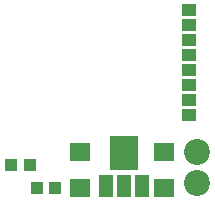
<source format=gbs>
G04 Layer_Color=16711935*
%FSLAX25Y25*%
%MOIN*%
G70*
G01*
G75*
%ADD58C,0.08661*%
%ADD59R,0.07087X0.06299*%
%ADD60R,0.04724X0.03988*%
%ADD61R,0.03937X0.03937*%
%ADD62R,0.04787X0.07787*%
%ADD63R,0.09449X0.11811*%
G54D58*
X76000Y6000D02*
D03*
Y16500D02*
D03*
G54D59*
X37000Y4594D02*
D03*
Y16406D02*
D03*
X65000D02*
D03*
Y4594D02*
D03*
G54D60*
X73083Y28701D02*
D03*
Y33701D02*
D03*
Y38701D02*
D03*
Y43701D02*
D03*
Y48701D02*
D03*
Y53701D02*
D03*
Y58701D02*
D03*
Y63701D02*
D03*
G54D61*
X20150Y12000D02*
D03*
X13850D02*
D03*
X22350Y4500D02*
D03*
X28650D02*
D03*
G54D62*
X57350Y5000D02*
D03*
X51350D02*
D03*
X45350D02*
D03*
G54D63*
X51350Y16000D02*
D03*
M02*

</source>
